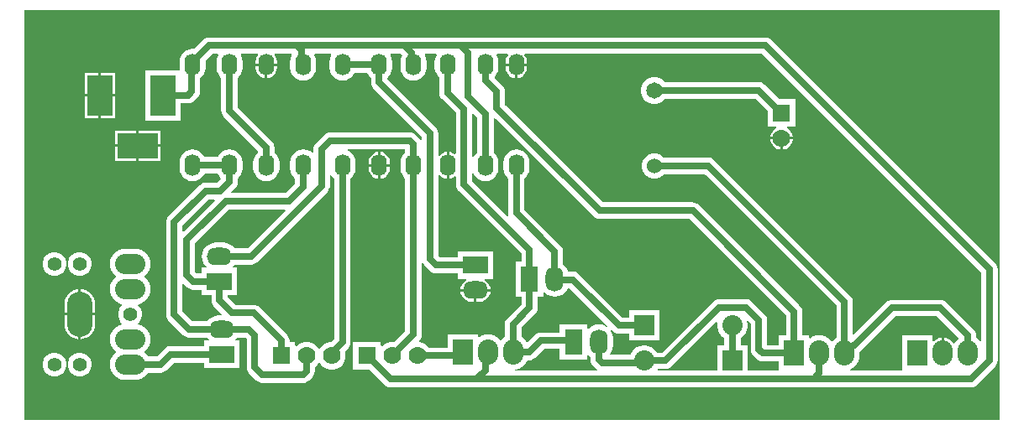
<source format=gtl>
G04*
G04 #@! TF.GenerationSoftware,Altium Limited,Altium Designer,21.2.1 (34)*
G04*
G04 Layer_Physical_Order=1*
G04 Layer_Color=255*
%FSLAX44Y44*%
%MOMM*%
G71*
G04*
G04 #@! TF.SameCoordinates,7D1833F5-BA34-4ABF-A559-0A2A528DAE64*
G04*
G04*
G04 #@! TF.FilePolarity,Positive*
G04*
G01*
G75*
%ADD38C,0.6350*%
%ADD39C,1.7780*%
%ADD40R,1.7780X1.7780*%
%ADD41R,2.5400X1.7780*%
%ADD42O,2.5400X1.7780*%
%ADD43O,1.6000X2.2000*%
%ADD44C,1.5240*%
%ADD45C,1.6510*%
%ADD46R,1.7780X2.5400*%
%ADD47O,1.7780X2.5400*%
%ADD48O,2.0320X2.5400*%
%ADD49R,2.0320X2.5400*%
%ADD50C,2.0320*%
%ADD51R,2.0320X2.0320*%
%ADD52O,2.5400X4.5720*%
%ADD53O,3.0480X2.0320*%
%ADD54R,1.7780X1.7780*%
%ADD55R,2.5400X4.0640*%
%ADD56R,4.0640X2.5400*%
%ADD57C,1.3970*%
G36*
X1371476Y826894D02*
X388744D01*
Y1240666D01*
X1371476Y1240666D01*
Y826894D01*
D02*
G37*
%LPC*%
G36*
X1135761Y1213175D02*
X574648D01*
X572493Y1212891D01*
X570485Y1212060D01*
X568760Y1210736D01*
X559646Y1201622D01*
X558393Y1201787D01*
X554978Y1201337D01*
X551796Y1200019D01*
X549064Y1197923D01*
X546967Y1195190D01*
X545649Y1192009D01*
X545200Y1188594D01*
Y1182594D01*
X545409Y1181010D01*
X544571Y1180055D01*
X510261D01*
Y1129255D01*
X545821D01*
Y1146329D01*
X553810D01*
X554888Y1146470D01*
X555965Y1146612D01*
X557973Y1147444D01*
X559698Y1148767D01*
X563418Y1152487D01*
X564741Y1154211D01*
X565573Y1156219D01*
X565856Y1158374D01*
Y1171834D01*
X567721Y1173265D01*
X569818Y1175997D01*
X571136Y1179179D01*
X571586Y1182594D01*
Y1188594D01*
X571421Y1189847D01*
X578097Y1196523D01*
X583640D01*
X584202Y1195384D01*
X584053Y1195190D01*
X582735Y1192009D01*
X582286Y1188594D01*
Y1182594D01*
X582735Y1179179D01*
X584053Y1175997D01*
X586150Y1173265D01*
X587153Y1172496D01*
Y1139341D01*
X587295Y1138264D01*
X587436Y1137186D01*
X588268Y1135178D01*
X589591Y1133454D01*
X624235Y1098810D01*
Y1097092D01*
X623232Y1096323D01*
X621135Y1093590D01*
X619818Y1090409D01*
X619368Y1086994D01*
Y1080994D01*
X619818Y1077579D01*
X621135Y1074398D01*
X623232Y1071665D01*
X625964Y1069569D01*
X629146Y1068251D01*
X632561Y1067801D01*
X635975Y1068251D01*
X639157Y1069569D01*
X641889Y1071665D01*
X643986Y1074398D01*
X645304Y1077579D01*
X645754Y1080994D01*
Y1086994D01*
X645304Y1090409D01*
X643986Y1093590D01*
X641889Y1096323D01*
X640887Y1097092D01*
Y1102259D01*
X640603Y1104414D01*
X639771Y1106422D01*
X638448Y1108147D01*
X603805Y1142790D01*
Y1172496D01*
X604808Y1173265D01*
X606904Y1175997D01*
X608222Y1179179D01*
X608672Y1182594D01*
Y1188594D01*
X608222Y1192009D01*
X606904Y1195190D01*
X606756Y1195384D01*
X607318Y1196523D01*
X623759D01*
X624385Y1195253D01*
X623354Y1193910D01*
X622292Y1191346D01*
X621930Y1188594D01*
Y1186864D01*
X632561D01*
X643192D01*
Y1188594D01*
X642830Y1191346D01*
X641767Y1193910D01*
X640737Y1195253D01*
X641363Y1196523D01*
X657806D01*
X658368Y1195384D01*
X658219Y1195190D01*
X656901Y1192009D01*
X656452Y1188594D01*
Y1182594D01*
X656901Y1179179D01*
X658219Y1175997D01*
X660316Y1173265D01*
X663048Y1171169D01*
X666230Y1169851D01*
X669645Y1169401D01*
X673059Y1169851D01*
X676241Y1171169D01*
X678973Y1173265D01*
X681070Y1175997D01*
X682388Y1179179D01*
X682838Y1182594D01*
Y1188594D01*
X682388Y1192009D01*
X681070Y1195190D01*
X680922Y1195384D01*
X681484Y1196523D01*
X697430D01*
X697992Y1195384D01*
X697843Y1195190D01*
X696525Y1192009D01*
X696076Y1188594D01*
Y1182594D01*
X696525Y1179179D01*
X697843Y1175997D01*
X699940Y1173265D01*
X702672Y1171169D01*
X705854Y1169851D01*
X709269Y1169401D01*
X712683Y1169851D01*
X715865Y1171169D01*
X718597Y1173265D01*
X720694Y1175997D01*
X721220Y1177268D01*
X734403D01*
X734930Y1175997D01*
X737026Y1173265D01*
X738029Y1172496D01*
Y1167535D01*
X738170Y1166458D01*
X738312Y1165380D01*
X739144Y1163372D01*
X740467Y1161648D01*
X789234Y1112881D01*
Y1109688D01*
X788685Y1109427D01*
X787964Y1109343D01*
X786786Y1110878D01*
X783067Y1114597D01*
X781342Y1115921D01*
X779334Y1116752D01*
X778257Y1116894D01*
X777179Y1117036D01*
X697230D01*
X695075Y1116752D01*
X693067Y1115921D01*
X691342Y1114597D01*
X682452Y1105707D01*
X681129Y1103983D01*
X680297Y1101975D01*
X680156Y1100898D01*
X680014Y1099820D01*
Y1096868D01*
X678744Y1096499D01*
X676241Y1098419D01*
X673059Y1099737D01*
X669645Y1100187D01*
X666230Y1099737D01*
X663048Y1098419D01*
X660316Y1096323D01*
X658219Y1093590D01*
X656901Y1090409D01*
X656452Y1086994D01*
Y1080994D01*
X656901Y1077579D01*
X658219Y1074398D01*
X660316Y1071665D01*
X661319Y1070896D01*
Y1065524D01*
X651871Y1056076D01*
X597840D01*
X597354Y1057250D01*
X601366Y1061262D01*
X602690Y1062986D01*
X603521Y1064994D01*
X603663Y1066072D01*
X603805Y1067149D01*
Y1070896D01*
X604808Y1071665D01*
X606904Y1074398D01*
X608222Y1077579D01*
X608672Y1080994D01*
Y1086994D01*
X608222Y1090409D01*
X606904Y1093590D01*
X604808Y1096323D01*
X602075Y1098419D01*
X598893Y1099737D01*
X595479Y1100187D01*
X592064Y1099737D01*
X588882Y1098419D01*
X586150Y1096323D01*
X584053Y1093590D01*
X583527Y1092320D01*
X570344D01*
X569818Y1093590D01*
X567721Y1096323D01*
X564989Y1098419D01*
X561807Y1099737D01*
X558393Y1100187D01*
X554978Y1099737D01*
X551796Y1098419D01*
X549064Y1096323D01*
X546967Y1093590D01*
X545649Y1090409D01*
X545200Y1086994D01*
Y1080994D01*
X545649Y1077579D01*
X546967Y1074398D01*
X549064Y1071665D01*
X551796Y1069569D01*
X554978Y1068251D01*
X558393Y1067801D01*
X561807Y1068251D01*
X564989Y1069569D01*
X567721Y1071665D01*
X569818Y1074398D01*
X570344Y1075668D01*
X583527D01*
X584053Y1074398D01*
X586150Y1071665D01*
X586330Y1071527D01*
X586429Y1069875D01*
X582791Y1066236D01*
X571500D01*
X570423Y1066094D01*
X569345Y1065953D01*
X567337Y1065121D01*
X565612Y1063798D01*
X533862Y1032048D01*
X532539Y1030323D01*
X531707Y1028315D01*
X531566Y1027237D01*
X531424Y1026160D01*
Y933450D01*
X531566Y932373D01*
X531707Y931295D01*
X532539Y929287D01*
X533862Y927562D01*
X549103Y912322D01*
X550827Y910999D01*
X552835Y910167D01*
X553913Y910026D01*
X554990Y909884D01*
X572980D01*
X574236Y908247D01*
X574580Y907983D01*
X574172Y906780D01*
X570230D01*
Y901136D01*
X535940D01*
X533785Y900853D01*
X531777Y900021D01*
X530052Y898698D01*
X522331Y890976D01*
X513210D01*
X513113Y891158D01*
X511208Y893478D01*
X509702Y894715D01*
Y895985D01*
X511208Y897222D01*
X513113Y899542D01*
X514528Y902190D01*
X515400Y905062D01*
X515694Y908050D01*
X515400Y911038D01*
X514528Y913910D01*
X513113Y916558D01*
X511208Y918878D01*
X508888Y920783D01*
X506240Y922198D01*
X503683Y922974D01*
X503308Y923835D01*
X503268Y924355D01*
X504954Y926042D01*
X506543Y928793D01*
X507365Y931862D01*
Y935038D01*
X506543Y938107D01*
X504954Y940858D01*
X503268Y942544D01*
X503308Y943065D01*
X503683Y943926D01*
X506240Y944702D01*
X508888Y946117D01*
X511208Y948021D01*
X513113Y950342D01*
X514528Y952990D01*
X515400Y955862D01*
X515694Y958850D01*
X515400Y961838D01*
X514528Y964710D01*
X513113Y967358D01*
X511208Y969678D01*
X509702Y970915D01*
Y972185D01*
X511208Y973421D01*
X513113Y975742D01*
X514528Y978390D01*
X515400Y981262D01*
X515694Y984250D01*
X515400Y987238D01*
X514528Y990110D01*
X513113Y992758D01*
X511208Y995079D01*
X508888Y996983D01*
X506240Y998398D01*
X503368Y999269D01*
X500380Y999564D01*
X490220D01*
X487232Y999269D01*
X484360Y998398D01*
X481712Y996983D01*
X479392Y995079D01*
X477487Y992758D01*
X476072Y990110D01*
X475201Y987238D01*
X474906Y984250D01*
X475201Y981262D01*
X476072Y978390D01*
X477487Y975742D01*
X479392Y973421D01*
X480898Y972185D01*
Y970915D01*
X479392Y969678D01*
X477487Y967358D01*
X476072Y964710D01*
X475201Y961838D01*
X474906Y958850D01*
X475201Y955862D01*
X476072Y952990D01*
X477487Y950342D01*
X479392Y948021D01*
X481712Y946117D01*
X484360Y944702D01*
X486917Y943926D01*
X487292Y943065D01*
X487332Y942544D01*
X485646Y940858D01*
X484057Y938107D01*
X483235Y935038D01*
Y931862D01*
X484057Y928793D01*
X485646Y926042D01*
X487332Y924355D01*
X487292Y923835D01*
X486917Y922974D01*
X484360Y922198D01*
X481712Y920783D01*
X479392Y918878D01*
X477487Y916558D01*
X476072Y913910D01*
X475201Y911038D01*
X474906Y908050D01*
X475201Y905062D01*
X476072Y902190D01*
X477487Y899542D01*
X479392Y897222D01*
X480898Y895985D01*
Y894715D01*
X479392Y893478D01*
X477487Y891158D01*
X476072Y888510D01*
X475201Y885638D01*
X474906Y882650D01*
X475201Y879662D01*
X476072Y876790D01*
X477487Y874142D01*
X479392Y871822D01*
X481712Y869917D01*
X484360Y868502D01*
X487232Y867630D01*
X490220Y867336D01*
X500380D01*
X503368Y867630D01*
X506240Y868502D01*
X508888Y869917D01*
X511208Y871822D01*
X513113Y874142D01*
X513210Y874324D01*
X525780D01*
X526857Y874466D01*
X527935Y874607D01*
X529943Y875439D01*
X531668Y876762D01*
X539389Y884484D01*
X570230D01*
Y878840D01*
X605790D01*
Y906780D01*
X601848D01*
X601440Y907983D01*
X601783Y908247D01*
X603040Y909884D01*
X611231D01*
X612704Y908411D01*
Y880110D01*
X612846Y879033D01*
X612988Y877955D01*
X613819Y875947D01*
X615143Y874222D01*
X622762Y866602D01*
X624487Y865279D01*
X626495Y864447D01*
X627573Y864306D01*
X628650Y864164D01*
X670124D01*
X671202Y864306D01*
X672279Y864447D01*
X674287Y865279D01*
X676012Y866602D01*
X678988Y869578D01*
X680311Y871303D01*
X681143Y873311D01*
X681426Y875466D01*
Y880216D01*
X681678Y880361D01*
X684279Y882962D01*
X685165Y884497D01*
X686435D01*
X687321Y882962D01*
X689922Y880361D01*
X693108Y878522D01*
X696661Y877570D01*
X700339D01*
X703892Y878522D01*
X707078Y880361D01*
X709679Y882962D01*
X711518Y886148D01*
X712470Y889701D01*
Y893379D01*
X711741Y896099D01*
X715156Y899514D01*
X716479Y901239D01*
X717311Y903247D01*
X717595Y905402D01*
Y1070896D01*
X718597Y1071665D01*
X720694Y1074398D01*
X722012Y1077579D01*
X722462Y1080994D01*
Y1086994D01*
X722012Y1090409D01*
X720694Y1093590D01*
X718597Y1096323D01*
X715865Y1098419D01*
X714189Y1099114D01*
X714441Y1100384D01*
X772573D01*
Y1097092D01*
X771570Y1096323D01*
X769473Y1093590D01*
X768156Y1090409D01*
X767706Y1086994D01*
Y1080994D01*
X768156Y1077579D01*
X769473Y1074398D01*
X771570Y1071665D01*
X772573Y1070896D01*
Y916428D01*
X761580Y905435D01*
X761299Y905510D01*
X757621D01*
X754068Y904558D01*
X750882Y902719D01*
X749300Y901137D01*
X748030Y901663D01*
Y905510D01*
X720090D01*
Y877570D01*
X736255D01*
X751667Y862158D01*
X753392Y860834D01*
X755400Y860003D01*
X757555Y859719D01*
X1343025D01*
X1344102Y859861D01*
X1345180Y860003D01*
X1347188Y860834D01*
X1348913Y862158D01*
X1367328Y880573D01*
X1368651Y882297D01*
X1369483Y884305D01*
X1369766Y886460D01*
Y979170D01*
X1369483Y981325D01*
X1368651Y983333D01*
X1367328Y985058D01*
X1141648Y1210736D01*
X1139924Y1212060D01*
X1137916Y1212891D01*
X1136839Y1213033D01*
X1135761Y1213175D01*
D02*
G37*
G36*
X643192Y1184324D02*
X633831D01*
Y1172130D01*
X635312Y1172325D01*
X637876Y1173387D01*
X640078Y1175077D01*
X641767Y1177279D01*
X642830Y1179843D01*
X643192Y1182594D01*
Y1184324D01*
D02*
G37*
G36*
X631291D02*
X621930D01*
Y1182594D01*
X622292Y1179843D01*
X623354Y1177279D01*
X625044Y1175077D01*
X627245Y1173387D01*
X629809Y1172325D01*
X631291Y1172130D01*
Y1184324D01*
D02*
G37*
G36*
X479781Y1177515D02*
X465811D01*
Y1155925D01*
X479781D01*
Y1177515D01*
D02*
G37*
G36*
X463271D02*
X449301D01*
Y1155925D01*
X463271D01*
Y1177515D01*
D02*
G37*
G36*
X479781Y1153385D02*
X465811D01*
Y1131795D01*
X479781D01*
Y1153385D01*
D02*
G37*
G36*
X463271D02*
X449301D01*
Y1131795D01*
X463271D01*
Y1153385D01*
D02*
G37*
G36*
X525501Y1119095D02*
X503911D01*
Y1105125D01*
X525501D01*
Y1119095D01*
D02*
G37*
G36*
X501371D02*
X479781D01*
Y1105125D01*
X501371D01*
Y1119095D01*
D02*
G37*
G36*
X525501Y1102585D02*
X503911D01*
Y1088615D01*
X525501D01*
Y1102585D01*
D02*
G37*
G36*
X501371D02*
X479781D01*
Y1088615D01*
X501371D01*
Y1102585D01*
D02*
G37*
G36*
X747625Y1097458D02*
Y1085264D01*
X756986D01*
Y1086994D01*
X756624Y1089745D01*
X755562Y1092309D01*
X753872Y1094511D01*
X751670Y1096201D01*
X749106Y1097263D01*
X747625Y1097458D01*
D02*
G37*
G36*
X745085Y1097458D02*
X743603Y1097263D01*
X741039Y1096201D01*
X738838Y1094511D01*
X737148Y1092309D01*
X736086Y1089745D01*
X735724Y1086994D01*
Y1085264D01*
X745085D01*
Y1097458D01*
D02*
G37*
G36*
Y1082724D02*
X735724D01*
Y1080994D01*
X736086Y1078242D01*
X737148Y1075678D01*
X738838Y1073477D01*
X741039Y1071787D01*
X743603Y1070725D01*
X745085Y1070530D01*
Y1082724D01*
D02*
G37*
G36*
X756986D02*
X747625D01*
Y1070530D01*
X749106Y1070725D01*
X751670Y1071787D01*
X753872Y1073477D01*
X755562Y1075678D01*
X756624Y1078242D01*
X756986Y1080994D01*
Y1082724D01*
D02*
G37*
G36*
X446088Y996315D02*
X442912D01*
X439843Y995493D01*
X437092Y993904D01*
X434846Y991658D01*
X433257Y988907D01*
X432435Y985838D01*
Y982662D01*
X433257Y979593D01*
X434846Y976842D01*
X437092Y974596D01*
X439843Y973007D01*
X442912Y972185D01*
X446088D01*
X449157Y973007D01*
X451908Y974596D01*
X454154Y976842D01*
X455743Y979593D01*
X456565Y982662D01*
Y985838D01*
X455743Y988907D01*
X454154Y991658D01*
X451908Y993904D01*
X449157Y995493D01*
X446088Y996315D01*
D02*
G37*
G36*
X420688D02*
X417512D01*
X414443Y995493D01*
X411692Y993904D01*
X409446Y991658D01*
X407857Y988907D01*
X407035Y985838D01*
Y982662D01*
X407857Y979593D01*
X409446Y976842D01*
X411692Y974596D01*
X414443Y973007D01*
X417512Y972185D01*
X420688D01*
X423757Y973007D01*
X426508Y974596D01*
X428754Y976842D01*
X430343Y979593D01*
X431165Y982662D01*
Y985838D01*
X430343Y988907D01*
X428754Y991658D01*
X426508Y993904D01*
X423757Y995493D01*
X420688Y996315D01*
D02*
G37*
G36*
X445770Y959053D02*
Y934974D01*
X459814D01*
Y943864D01*
X459520Y946852D01*
X458648Y949724D01*
X457233Y952372D01*
X455328Y954693D01*
X453008Y956597D01*
X450360Y958012D01*
X447488Y958884D01*
X445770Y959053D01*
D02*
G37*
G36*
X443230D02*
X441512Y958884D01*
X438640Y958012D01*
X435992Y956597D01*
X433671Y954693D01*
X431767Y952372D01*
X430352Y949724D01*
X429481Y946852D01*
X429186Y943864D01*
Y934974D01*
X443230D01*
Y959053D01*
D02*
G37*
G36*
X459814Y932434D02*
X445770D01*
Y908355D01*
X447488Y908524D01*
X450360Y909396D01*
X453008Y910811D01*
X455328Y912716D01*
X457233Y915036D01*
X458648Y917684D01*
X459520Y920556D01*
X459814Y923544D01*
Y932434D01*
D02*
G37*
G36*
X443230D02*
X429186D01*
Y923544D01*
X429481Y920556D01*
X430352Y917684D01*
X431767Y915036D01*
X433671Y912716D01*
X435992Y910811D01*
X438640Y909396D01*
X441512Y908524D01*
X443230Y908355D01*
Y932434D01*
D02*
G37*
G36*
X446088Y894715D02*
X442912D01*
X439843Y893893D01*
X437092Y892304D01*
X434846Y890058D01*
X433257Y887307D01*
X432435Y884238D01*
Y881062D01*
X433257Y877993D01*
X434846Y875242D01*
X437092Y872996D01*
X439843Y871407D01*
X442912Y870585D01*
X446088D01*
X449157Y871407D01*
X451908Y872996D01*
X454154Y875242D01*
X455743Y877993D01*
X456565Y881062D01*
Y884238D01*
X455743Y887307D01*
X454154Y890058D01*
X451908Y892304D01*
X449157Y893893D01*
X446088Y894715D01*
D02*
G37*
G36*
X420688D02*
X417512D01*
X414443Y893893D01*
X411692Y892304D01*
X409446Y890058D01*
X407857Y887307D01*
X407035Y884238D01*
Y881062D01*
X407857Y877993D01*
X409446Y875242D01*
X411692Y872996D01*
X414443Y871407D01*
X417512Y870585D01*
X420688D01*
X423757Y871407D01*
X426508Y872996D01*
X428754Y875242D01*
X430343Y877993D01*
X431165Y881062D01*
Y884238D01*
X430343Y887307D01*
X428754Y890058D01*
X426508Y892304D01*
X423757Y893893D01*
X420688Y894715D01*
D02*
G37*
%LPD*%
G36*
X1353114Y975721D02*
Y906774D01*
X1351844Y906320D01*
X1350679Y907740D01*
X1348358Y909644D01*
X1348081Y909792D01*
Y911955D01*
X1347939Y913033D01*
X1347798Y914110D01*
X1346966Y916118D01*
X1345643Y917842D01*
X1317798Y945687D01*
X1316073Y947011D01*
X1314065Y947842D01*
X1312988Y947984D01*
X1311910Y948126D01*
X1263650D01*
X1261495Y947842D01*
X1259487Y947011D01*
X1257763Y945687D01*
X1224890Y912815D01*
X1223716Y913301D01*
Y946150D01*
X1223432Y948305D01*
X1222601Y950313D01*
X1221277Y952038D01*
X1084118Y1089197D01*
X1082393Y1090521D01*
X1080385Y1091352D01*
X1079307Y1091494D01*
X1078230Y1091636D01*
X1033254D01*
X1031418Y1093473D01*
X1028522Y1095145D01*
X1025292Y1096010D01*
X1021948D01*
X1018718Y1095145D01*
X1015822Y1093473D01*
X1013457Y1091108D01*
X1011786Y1088212D01*
X1010920Y1084982D01*
Y1081638D01*
X1011786Y1078408D01*
X1013457Y1075512D01*
X1015822Y1073148D01*
X1018718Y1071476D01*
X1021948Y1070610D01*
X1025292D01*
X1028522Y1071476D01*
X1031418Y1073148D01*
X1033254Y1074984D01*
X1074781D01*
X1207064Y942701D01*
Y909741D01*
X1206882Y909644D01*
X1204561Y907740D01*
X1203325Y906233D01*
X1202055D01*
X1200818Y907740D01*
X1198498Y909644D01*
X1195850Y911059D01*
X1192978Y911931D01*
X1189990Y912225D01*
X1187002Y911931D01*
X1184130Y911059D01*
X1181482Y909644D01*
X1180978Y909230D01*
X1179830Y909773D01*
Y912151D01*
X1172916D01*
Y935990D01*
X1172774Y937067D01*
X1172633Y938145D01*
X1171801Y940153D01*
X1170478Y941878D01*
X1068242Y1044112D01*
X1066518Y1045436D01*
X1064510Y1046267D01*
X1063432Y1046409D01*
X1062355Y1046551D01*
X971824D01*
X873196Y1145179D01*
Y1158240D01*
X873054Y1159318D01*
X872913Y1160395D01*
X872081Y1162403D01*
X870758Y1164128D01*
X862698Y1172187D01*
X862769Y1173265D01*
X864865Y1175997D01*
X866183Y1179179D01*
X866633Y1182594D01*
Y1188594D01*
X866183Y1192009D01*
X864865Y1195190D01*
X864717Y1195384D01*
X865279Y1196523D01*
X875727D01*
X876353Y1195253D01*
X875322Y1193910D01*
X874260Y1191346D01*
X873898Y1188594D01*
Y1186864D01*
X884529D01*
X895160D01*
Y1188594D01*
X894798Y1191346D01*
X893735Y1193910D01*
X892705Y1195253D01*
X893331Y1196523D01*
X1132312D01*
X1353114Y975721D01*
D02*
G37*
G36*
X804166Y1195384D02*
X804017Y1195190D01*
X802700Y1192009D01*
X802250Y1188594D01*
Y1182594D01*
X802700Y1179179D01*
X804017Y1175997D01*
X806114Y1173265D01*
X807014Y1172575D01*
Y1156970D01*
X807156Y1155892D01*
X807298Y1154815D01*
X808129Y1152807D01*
X809453Y1151083D01*
X823524Y1137011D01*
Y1095679D01*
X822254Y1095053D01*
X820758Y1096201D01*
X818194Y1097263D01*
X816713Y1097458D01*
Y1083994D01*
Y1070530D01*
X818194Y1070725D01*
X820758Y1071787D01*
X822254Y1072935D01*
X823524Y1072309D01*
Y1064260D01*
X823666Y1063183D01*
X823808Y1062105D01*
X824639Y1060097D01*
X825963Y1058372D01*
X889564Y994771D01*
Y986790D01*
X883920D01*
Y951230D01*
X889564D01*
Y943249D01*
X875492Y929177D01*
X874169Y927453D01*
X873337Y925445D01*
X873196Y924368D01*
X873054Y923290D01*
Y910720D01*
X872872Y910623D01*
X870552Y908718D01*
X869315Y907212D01*
X868045D01*
X866808Y908718D01*
X864488Y910623D01*
X861840Y912038D01*
X858968Y912909D01*
X855980Y913204D01*
X852992Y912909D01*
X850120Y912038D01*
X847472Y910623D01*
X846968Y910209D01*
X845820Y910752D01*
Y913130D01*
X815340D01*
Y899866D01*
X796184D01*
X796039Y900118D01*
X793438Y902719D01*
X790252Y904558D01*
X786937Y905446D01*
X786341Y906646D01*
X786786Y907091D01*
X788110Y908816D01*
X788941Y910824D01*
X789083Y911901D01*
X789225Y912979D01*
Y984632D01*
X789774Y984893D01*
X790495Y984977D01*
X791673Y983443D01*
X798023Y977093D01*
X799747Y975769D01*
X801755Y974938D01*
X803910Y974654D01*
X825500D01*
Y969010D01*
X833878D01*
X834130Y967740D01*
X833706Y967564D01*
X831318Y965732D01*
X829486Y963344D01*
X828334Y960564D01*
X828109Y958850D01*
X843280D01*
X858451D01*
X858226Y960564D01*
X857074Y963344D01*
X855242Y965732D01*
X852854Y967564D01*
X852430Y967740D01*
X852682Y969010D01*
X861060D01*
Y996950D01*
X825500D01*
Y991306D01*
X807359D01*
X805886Y992779D01*
Y1074048D01*
X807156Y1074479D01*
X807926Y1073477D01*
X810127Y1071787D01*
X812691Y1070725D01*
X814173Y1070530D01*
Y1083994D01*
Y1097458D01*
X812691Y1097263D01*
X810127Y1096201D01*
X807926Y1094511D01*
X807156Y1093509D01*
X805886Y1093940D01*
Y1116330D01*
X805602Y1118485D01*
X804771Y1120493D01*
X803447Y1122217D01*
X754681Y1170984D01*
Y1172496D01*
X755684Y1173265D01*
X757780Y1175997D01*
X759098Y1179179D01*
X759548Y1182594D01*
Y1188594D01*
X759098Y1192009D01*
X757780Y1195190D01*
X757632Y1195384D01*
X758194Y1196523D01*
X768321D01*
X769551Y1195292D01*
X769473Y1195190D01*
X768156Y1192009D01*
X767706Y1188594D01*
Y1182594D01*
X768156Y1179179D01*
X769473Y1175997D01*
X771570Y1173265D01*
X774302Y1171169D01*
X777484Y1169851D01*
X780899Y1169401D01*
X784313Y1169851D01*
X787495Y1171169D01*
X790228Y1173265D01*
X792324Y1175997D01*
X793642Y1179179D01*
X794092Y1182594D01*
Y1188594D01*
X793642Y1192009D01*
X792324Y1195190D01*
X792176Y1195384D01*
X792738Y1196523D01*
X803604D01*
X804166Y1195384D01*
D02*
G37*
G36*
X845114Y1132192D02*
Y1097092D01*
X844111Y1096323D01*
X842015Y1093590D01*
X841446Y1092218D01*
X840176Y1092471D01*
Y1135470D01*
X841349Y1135956D01*
X845114Y1132192D01*
D02*
G37*
G36*
X580705Y1048410D02*
X549249Y1016955D01*
X548076Y1017441D01*
Y1022711D01*
X574949Y1049584D01*
X580219D01*
X580705Y1048410D01*
D02*
G37*
G36*
X651825Y1038251D02*
X613771Y1000196D01*
X600500D01*
X599244Y1001833D01*
X596325Y1004073D01*
X592927Y1005480D01*
X589280Y1005960D01*
X581660D01*
X578013Y1005480D01*
X574615Y1004073D01*
X571697Y1001833D01*
X569457Y998915D01*
X568050Y995517D01*
X567570Y991870D01*
X568050Y988223D01*
X569457Y984825D01*
X571697Y981907D01*
X572040Y981643D01*
X571632Y980440D01*
X567690D01*
Y974796D01*
X562249D01*
X560776Y976269D01*
Y1004931D01*
X595269Y1039424D01*
X651339D01*
X651825Y1038251D01*
D02*
G37*
G36*
X976311Y921953D02*
X975472Y920996D01*
X974785Y921523D01*
X971387Y922930D01*
X967740Y923410D01*
X964093Y922930D01*
X960695Y921523D01*
X957776Y919284D01*
X957513Y918940D01*
X956310Y919348D01*
Y923290D01*
X928370D01*
Y915106D01*
X909320D01*
X908242Y914964D01*
X907165Y914822D01*
X905157Y913991D01*
X903432Y912667D01*
X895929Y905164D01*
X894673Y905350D01*
X894113Y906398D01*
X892208Y908718D01*
X889888Y910623D01*
X889706Y910720D01*
Y919841D01*
X903777Y933913D01*
X905101Y935637D01*
X905932Y937645D01*
X906216Y939800D01*
Y951230D01*
X911860D01*
Y955172D01*
X913063Y955580D01*
X913326Y955237D01*
X916245Y952997D01*
X919643Y951590D01*
X923290Y951109D01*
X926937Y951590D01*
X930335Y952997D01*
X933253Y955237D01*
X935493Y958155D01*
X936260Y960008D01*
X938256D01*
X976311Y921953D01*
D02*
G37*
G36*
X552912Y960583D02*
X554637Y959259D01*
X556645Y958428D01*
X558800Y958144D01*
X567690D01*
Y952500D01*
X577144D01*
Y947420D01*
X577286Y946342D01*
X577427Y945265D01*
X578259Y943257D01*
X579582Y941533D01*
X587641Y933474D01*
X587155Y932300D01*
X584200D01*
X580553Y931820D01*
X577155Y930413D01*
X574236Y928174D01*
X572980Y926536D01*
X558439D01*
X548076Y936899D01*
Y963759D01*
X549249Y964245D01*
X552912Y960583D01*
D02*
G37*
G36*
X1330096Y909839D02*
X1330034Y908570D01*
X1329021Y907740D01*
X1327117Y905419D01*
X1326466Y904200D01*
X1324960Y904077D01*
X1323508Y905969D01*
X1320855Y908005D01*
X1317765Y909284D01*
X1315720Y909554D01*
Y894371D01*
X1313180D01*
Y909554D01*
X1311135Y909284D01*
X1308045Y908005D01*
X1305560Y906098D01*
X1304290Y906406D01*
Y912151D01*
X1273810D01*
Y876591D01*
X1272631Y876371D01*
X1221301D01*
X1221112Y877641D01*
X1221250Y877683D01*
X1223898Y879098D01*
X1226218Y881003D01*
X1228123Y883323D01*
X1229538Y885971D01*
X1230409Y888844D01*
X1230704Y891831D01*
Y895272D01*
X1231533Y895908D01*
X1267099Y931474D01*
X1308461D01*
X1330096Y909839D01*
D02*
G37*
G36*
X962487Y1032337D02*
X964212Y1031014D01*
X966220Y1030182D01*
X968375Y1029899D01*
X1058906D01*
X1156264Y932541D01*
Y912151D01*
X1149350D01*
Y902406D01*
X1137356D01*
Y927825D01*
X1137214Y928903D01*
X1137073Y929980D01*
X1136241Y931988D01*
X1134918Y933713D01*
X1122308Y946322D01*
X1120583Y947646D01*
X1118575Y948477D01*
X1117498Y948619D01*
X1116420Y948761D01*
X1089025D01*
X1086870Y948477D01*
X1084862Y947646D01*
X1083138Y946322D01*
X1031601Y894786D01*
X1026226D01*
X1025298Y896175D01*
X1023175Y898298D01*
X1020679Y899966D01*
X1017905Y901114D01*
X1014961Y901700D01*
X1011959D01*
X1009015Y901114D01*
X1006241Y899966D01*
X1003745Y898298D01*
X1001622Y896175D01*
X999955Y893679D01*
X999398Y892337D01*
X979600D01*
X979038Y893475D01*
X979943Y894655D01*
X981350Y898053D01*
X981831Y901700D01*
Y909320D01*
X981350Y912967D01*
X979943Y916365D01*
X979416Y917052D01*
X980373Y917891D01*
X982132Y916133D01*
X983856Y914809D01*
X985864Y913978D01*
X988019Y913694D01*
X998220D01*
Y906780D01*
X1028700D01*
Y937260D01*
X998220D01*
Y930346D01*
X991468D01*
X947592Y974221D01*
X945868Y975545D01*
X943860Y976376D01*
X942783Y976518D01*
X941705Y976660D01*
X936820D01*
X935493Y979865D01*
X933253Y982784D01*
X931616Y984040D01*
Y996950D01*
X931474Y998027D01*
X931332Y999105D01*
X930501Y1001113D01*
X929177Y1002838D01*
X892855Y1039160D01*
Y1070896D01*
X893857Y1071665D01*
X895954Y1074398D01*
X897272Y1077579D01*
X897722Y1080994D01*
Y1086994D01*
X897272Y1090409D01*
X895954Y1093590D01*
X893857Y1096323D01*
X891125Y1098419D01*
X887943Y1099737D01*
X884529Y1100187D01*
X881114Y1099737D01*
X877932Y1098419D01*
X875200Y1096323D01*
X873103Y1093590D01*
X871786Y1090409D01*
X871336Y1086994D01*
Y1080994D01*
X871786Y1077579D01*
X873103Y1074398D01*
X875200Y1071665D01*
X876203Y1070896D01*
Y1035711D01*
X876344Y1034634D01*
X876486Y1033556D01*
X876742Y1032939D01*
X875665Y1032220D01*
X840176Y1067709D01*
Y1075517D01*
X841446Y1075770D01*
X842015Y1074398D01*
X844111Y1071665D01*
X846844Y1069569D01*
X850025Y1068251D01*
X853440Y1067801D01*
X856855Y1068251D01*
X860036Y1069569D01*
X862769Y1071665D01*
X864865Y1074398D01*
X866183Y1077579D01*
X866633Y1080994D01*
Y1086994D01*
X866183Y1090409D01*
X864865Y1093590D01*
X862769Y1096323D01*
X861766Y1097092D01*
Y1131399D01*
X862940Y1131885D01*
X962487Y1032337D01*
D02*
G37*
G36*
X699940Y1071665D02*
X700943Y1070896D01*
Y908851D01*
X697602Y905510D01*
X696661D01*
X693108Y904558D01*
X689922Y902719D01*
X687321Y900118D01*
X686435Y898583D01*
X685165D01*
X684279Y900118D01*
X681678Y902719D01*
X678492Y904558D01*
X674939Y905510D01*
X671261D01*
X667708Y904558D01*
X664522Y902719D01*
X662940Y901137D01*
X661670Y901663D01*
Y905510D01*
X656026D01*
Y906780D01*
X655884Y907858D01*
X655742Y908935D01*
X654911Y910943D01*
X653587Y912667D01*
X625648Y940608D01*
X623923Y941931D01*
X621915Y942763D01*
X620838Y942904D01*
X619760Y943046D01*
X601619D01*
X593796Y950869D01*
Y952500D01*
X603250D01*
Y980440D01*
X599308D01*
X598900Y981643D01*
X599244Y981907D01*
X600500Y983544D01*
X617220D01*
X618298Y983686D01*
X619375Y983828D01*
X621383Y984659D01*
X623107Y985983D01*
X694228Y1057103D01*
X695551Y1058827D01*
X696383Y1060835D01*
X696524Y1061913D01*
X696666Y1062990D01*
Y1074163D01*
X697178Y1074265D01*
X697936Y1074277D01*
X699940Y1071665D01*
D02*
G37*
G36*
X1120704Y924376D02*
Y897800D01*
X1120846Y896722D01*
X1120987Y895645D01*
X1121819Y893637D01*
X1123142Y891912D01*
X1126862Y888193D01*
X1128587Y886869D01*
X1130595Y886038D01*
X1132750Y885754D01*
X1149350D01*
Y876591D01*
X1148171Y876371D01*
X1117600D01*
Y901700D01*
X1110686D01*
Y909254D01*
X1112075Y910182D01*
X1114198Y912305D01*
X1115865Y914801D01*
X1117014Y917575D01*
X1117600Y920519D01*
Y923521D01*
X1117063Y926221D01*
X1118044Y927036D01*
X1120704Y924376D01*
D02*
G37*
G36*
X1087477Y925316D02*
X1087120Y923521D01*
Y920519D01*
X1087706Y917575D01*
X1088855Y914801D01*
X1090522Y912305D01*
X1092645Y910182D01*
X1094034Y909254D01*
Y901700D01*
X1087120D01*
Y876371D01*
X1027497D01*
X1026778Y877641D01*
X1027073Y878134D01*
X1035050D01*
X1036127Y878276D01*
X1037205Y878418D01*
X1039213Y879249D01*
X1040938Y880573D01*
X1086307Y925941D01*
X1087477Y925316D01*
D02*
G37*
G36*
X928370Y887730D02*
X956310D01*
Y891672D01*
X957513Y892080D01*
X957776Y891737D01*
X959414Y890480D01*
Y887730D01*
X959556Y886653D01*
X959697Y885575D01*
X960529Y883567D01*
X961852Y881842D01*
X965572Y878123D01*
X966200Y877641D01*
X966194Y877278D01*
X965769Y876371D01*
X882914D01*
X882852Y877641D01*
X884368Y877791D01*
X887240Y878662D01*
X889888Y880077D01*
X892208Y881982D01*
X894113Y884302D01*
X895528Y886950D01*
X895551Y887024D01*
X897890D01*
X898968Y887166D01*
X900045Y887308D01*
X902053Y888139D01*
X903777Y889463D01*
X912769Y898454D01*
X928370D01*
Y887730D01*
D02*
G37*
%LPC*%
G36*
X895160Y1184324D02*
X885799D01*
Y1172130D01*
X887280Y1172325D01*
X889844Y1173387D01*
X892046Y1175077D01*
X893735Y1177279D01*
X894798Y1179843D01*
X895160Y1182594D01*
Y1184324D01*
D02*
G37*
G36*
X883259D02*
X873898D01*
Y1182594D01*
X874260Y1179843D01*
X875322Y1177279D01*
X877012Y1175077D01*
X879213Y1173387D01*
X881777Y1172325D01*
X883259Y1172130D01*
Y1184324D01*
D02*
G37*
G36*
X1025376Y1172845D02*
X1021864D01*
X1018473Y1171936D01*
X1015432Y1170181D01*
X1012949Y1167698D01*
X1011194Y1164657D01*
X1010285Y1161266D01*
Y1157754D01*
X1011194Y1154363D01*
X1012949Y1151322D01*
X1015432Y1148839D01*
X1018473Y1147084D01*
X1021864Y1146175D01*
X1025376D01*
X1028767Y1147084D01*
X1031808Y1148839D01*
X1034152Y1151184D01*
X1125581D01*
X1137920Y1138845D01*
Y1122680D01*
X1146287D01*
X1146628Y1121410D01*
X1144872Y1120396D01*
X1142744Y1118268D01*
X1141239Y1115662D01*
X1140460Y1112755D01*
Y1112520D01*
X1163320D01*
Y1112755D01*
X1162541Y1115662D01*
X1161036Y1118268D01*
X1158908Y1120396D01*
X1157152Y1121410D01*
X1157493Y1122680D01*
X1165860D01*
Y1150620D01*
X1149695D01*
X1134918Y1165397D01*
X1133193Y1166721D01*
X1131185Y1167552D01*
X1130107Y1167694D01*
X1129030Y1167836D01*
X1034152D01*
X1031808Y1170181D01*
X1028767Y1171936D01*
X1025376Y1172845D01*
D02*
G37*
G36*
X1163320Y1109980D02*
X1153160D01*
Y1099820D01*
X1153395D01*
X1156302Y1100599D01*
X1158908Y1102104D01*
X1161036Y1104232D01*
X1162541Y1106838D01*
X1163320Y1109745D01*
Y1109980D01*
D02*
G37*
G36*
X1150620D02*
X1140460D01*
Y1109745D01*
X1141239Y1106838D01*
X1142744Y1104232D01*
X1144872Y1102104D01*
X1147478Y1100599D01*
X1150385Y1099820D01*
X1150620D01*
Y1109980D01*
D02*
G37*
G36*
X858451Y956310D02*
X844550D01*
Y946051D01*
X847090D01*
X850074Y946444D01*
X852854Y947596D01*
X855242Y949428D01*
X857074Y951816D01*
X858226Y954596D01*
X858451Y956310D01*
D02*
G37*
G36*
X842010D02*
X828109D01*
X828334Y954596D01*
X829486Y951816D01*
X831318Y949428D01*
X833706Y947596D01*
X836486Y946444D01*
X839470Y946051D01*
X842010D01*
Y956310D01*
D02*
G37*
%LPD*%
D38*
X941705Y968334D02*
X988019Y922020D01*
X923966Y968334D02*
X941705D01*
X884529Y1035711D02*
X923290Y996950D01*
X1135761Y1204849D02*
X1361440Y979170D01*
X1343025Y868045D02*
X1361440Y886460D01*
Y979170D01*
X709269Y1185594D02*
X746355D01*
X697230Y1108710D02*
X777179D01*
X746355Y1167535D02*
Y1185594D01*
X688340Y1099820D02*
X697230Y1108710D01*
X669645Y1062075D02*
Y1083994D01*
X667798Y1187440D02*
X669645Y1185594D01*
X688340Y1062990D02*
Y1099820D01*
X591820Y1047750D02*
X655320D01*
X585470Y991870D02*
X617220D01*
X688340Y1062990D01*
X552450Y1008380D02*
X591820Y1047750D01*
X586239Y1057910D02*
X595479Y1067149D01*
X655320Y1047750D02*
X669645Y1062075D01*
X571500Y1057910D02*
X586239D01*
X558800Y966470D02*
X585470D01*
X558393Y1083994D02*
X595479D01*
X709269Y905402D02*
Y1083994D01*
X585470Y947420D02*
Y966470D01*
X554990Y918210D02*
X588010D01*
X574648Y1204849D02*
X663030D01*
X771770D01*
X779052Y1197566D01*
Y1187440D02*
Y1197566D01*
X558393Y1188594D02*
X574648Y1204849D01*
X667798Y1187440D02*
Y1200081D01*
X663030Y1204849D02*
X667798Y1200081D01*
X746355Y1167535D02*
X797560Y1116330D01*
X552450Y972820D02*
Y1008380D01*
X539750Y1026160D02*
X571500Y1057910D01*
X539750Y933450D02*
X554990Y918210D01*
X539750Y933450D02*
Y1026160D01*
X552450Y972820D02*
X558800Y966470D01*
X595479Y1139341D02*
Y1185594D01*
X632561Y1083994D02*
Y1102259D01*
X595479Y1067149D02*
Y1083994D01*
Y1139341D02*
X632561Y1102259D01*
X621030Y880110D02*
Y911860D01*
X614680Y918210D02*
X621030Y911860D01*
X585470Y947420D02*
X598170Y934720D01*
X619760D01*
X647700Y906780D01*
X535940Y892810D02*
X588010D01*
X586740Y891540D02*
X588010Y892810D01*
Y918210D02*
X614680D01*
X557530Y1184731D02*
X558393Y1185594D01*
X528041Y1154655D02*
X553810D01*
X557530Y1158374D01*
Y1184731D01*
X558393Y1185594D02*
Y1188594D01*
X797560Y989330D02*
Y1116330D01*
X780899Y1083994D02*
Y1104990D01*
X777179Y1108710D02*
X780899Y1104990D01*
X779052Y1187440D02*
X780899Y1185594D01*
Y912979D02*
Y1083994D01*
X698500Y894633D02*
X709269Y905402D01*
X698500Y891540D02*
Y894633D01*
X759460Y891540D02*
X780899Y912979D01*
X758749Y892251D02*
X759460Y891540D01*
X673100Y875466D02*
Y891540D01*
X647700D02*
Y906780D01*
X495300Y882650D02*
X525780D01*
X535940Y892810D01*
X1164299Y894080D02*
X1164590Y894371D01*
X1225645Y901795D02*
X1263650Y939800D01*
X1216630Y894371D02*
X1224054Y901795D01*
X1225645D01*
X1215390Y894371D02*
X1216630D01*
X1164590D02*
Y935990D01*
X1132750Y894080D02*
X1164299D01*
X1129030Y897800D02*
X1132750Y894080D01*
X1215390Y894371D02*
Y946150D01*
X1129030Y897800D02*
Y927825D01*
X828421Y1204849D02*
X1135761D01*
X815340Y1156970D02*
Y1185491D01*
X815443Y1185594D01*
X835660Y1153421D02*
Y1197610D01*
X815340Y1156970D02*
X831850Y1140460D01*
X1078230Y1083310D02*
X1215390Y946150D01*
X1062355Y1038225D02*
X1164590Y935990D01*
X1184275Y868045D02*
X1189990Y873760D01*
X844550Y868045D02*
X1184275D01*
X1189990Y873760D02*
Y894371D01*
X864870Y1141730D02*
X968375Y1038225D01*
X853307Y876802D02*
Y892677D01*
X844550Y868045D02*
X853307Y876802D01*
X1035050Y886460D02*
X1089025Y940435D01*
X1116420D02*
X1129030Y927825D01*
X1089025Y940435D02*
X1116420D01*
X988019Y922020D02*
X1013460D01*
X771770Y1204849D02*
X828421D01*
X835660Y1153421D02*
X853440Y1135641D01*
X828421Y1204849D02*
X835660Y1197610D01*
X853440Y1169670D02*
Y1185594D01*
X864870Y1141730D02*
Y1158240D01*
X853440Y1083994D02*
Y1135641D01*
Y1169670D02*
X864870Y1158240D01*
X797560Y989330D02*
X803910Y982980D01*
X843280D01*
X897890Y939800D02*
Y969010D01*
Y998220D01*
X923290Y969010D02*
Y996950D01*
Y969010D02*
X923966Y968334D01*
X1023620Y1159510D02*
X1129030D01*
X1151890Y1136650D01*
X1023620Y1083310D02*
X1078230D01*
X968375Y1038225D02*
X1062355D01*
X1013460Y886460D02*
X1035050D01*
X1102360D02*
Y922020D01*
X1011010Y884010D02*
X1013460Y886460D01*
X881380Y895350D02*
Y923290D01*
X897890Y939800D01*
X881380Y895350D02*
X897890D01*
X826770Y891540D02*
X830580Y895350D01*
X853307Y892677D02*
X855980Y895350D01*
X967740Y887730D02*
Y905510D01*
X909320Y906780D02*
X941070D01*
X942340Y905510D01*
X897890Y895350D02*
X909320Y906780D01*
X967740Y887730D02*
X971460Y884010D01*
X1011010D01*
X784860Y891540D02*
X826770D01*
X628650Y872490D02*
X670124D01*
X673100Y875466D01*
X621030Y880110D02*
X628650Y872490D01*
X831850Y1064260D02*
Y1140460D01*
Y1064260D02*
X897890Y998220D01*
X884529Y1035711D02*
Y1083994D01*
X757555Y868045D02*
X844550D01*
X1339755Y894466D02*
Y911955D01*
Y894466D02*
X1339850Y894371D01*
X734060Y891540D02*
X757555Y868045D01*
X1184275D02*
X1343025D01*
X1263650Y939800D02*
X1311910D01*
X1339755Y911955D01*
D39*
X1151890Y1111250D02*
D03*
X698500Y891540D02*
D03*
X673100D02*
D03*
X784860D02*
D03*
X759460D02*
D03*
D40*
X1151890Y1136650D02*
D03*
D41*
X588010Y892810D02*
D03*
X843280Y982980D02*
D03*
X585470Y966470D02*
D03*
D42*
X588010Y918210D02*
D03*
X843280Y957580D02*
D03*
X585470Y991870D02*
D03*
D43*
X558393Y1185594D02*
D03*
Y1083994D02*
D03*
X746355Y1185594D02*
D03*
Y1083994D02*
D03*
X632561D02*
D03*
Y1185594D02*
D03*
X669645D02*
D03*
Y1083994D02*
D03*
X709269D02*
D03*
Y1185594D02*
D03*
X595479Y1083994D02*
D03*
Y1185594D02*
D03*
X815443D02*
D03*
Y1083994D02*
D03*
X853440Y1185594D02*
D03*
Y1083994D02*
D03*
X884529D02*
D03*
Y1185594D02*
D03*
X780899D02*
D03*
Y1083994D02*
D03*
D44*
X1023620Y1083310D02*
D03*
D45*
Y1159510D02*
D03*
D46*
X897890Y969010D02*
D03*
X942340Y905510D02*
D03*
D47*
X923290Y969010D02*
D03*
X967740Y905510D02*
D03*
D48*
X881380Y895350D02*
D03*
X855980D02*
D03*
X1215390Y894371D02*
D03*
X1189990D02*
D03*
X1339850D02*
D03*
X1314450D02*
D03*
D49*
X830580Y895350D02*
D03*
X1164590Y894371D02*
D03*
X1289050D02*
D03*
D50*
X1013460Y886460D02*
D03*
X1102360Y922020D02*
D03*
D51*
Y886460D02*
D03*
X1013460Y922020D02*
D03*
D52*
X444500Y933704D02*
D03*
D53*
X495300Y882650D02*
D03*
Y908050D02*
D03*
Y958850D02*
D03*
Y984250D02*
D03*
D54*
X647700Y891540D02*
D03*
X734060D02*
D03*
D55*
X528041Y1154655D02*
D03*
X464541D02*
D03*
D56*
X502641Y1103855D02*
D03*
D57*
X444500Y984250D02*
D03*
Y882650D02*
D03*
X495300Y933450D02*
D03*
X419100Y984250D02*
D03*
Y882650D02*
D03*
M02*

</source>
